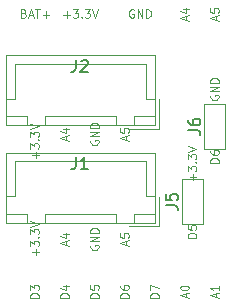
<source format=gto>
G04 #@! TF.FileFunction,Legend,Top*
%FSLAX46Y46*%
G04 Gerber Fmt 4.6, Leading zero omitted, Abs format (unit mm)*
G04 Created by KiCad (PCBNEW 4.0.7-e1-6374~58~ubuntu16.04.1) date Wed Aug  2 16:45:54 2017*
%MOMM*%
%LPD*%
G01*
G04 APERTURE LIST*
%ADD10C,0.100000*%
%ADD11C,0.120000*%
%ADD12C,0.150000*%
G04 APERTURE END LIST*
D10*
X162845000Y-109118333D02*
X162811667Y-109184999D01*
X162811667Y-109284999D01*
X162845000Y-109384999D01*
X162911667Y-109451666D01*
X162978333Y-109484999D01*
X163111667Y-109518333D01*
X163211667Y-109518333D01*
X163345000Y-109484999D01*
X163411667Y-109451666D01*
X163478333Y-109384999D01*
X163511667Y-109284999D01*
X163511667Y-109218333D01*
X163478333Y-109118333D01*
X163445000Y-109084999D01*
X163211667Y-109084999D01*
X163211667Y-109218333D01*
X163511667Y-108784999D02*
X162811667Y-108784999D01*
X163511667Y-108384999D01*
X162811667Y-108384999D01*
X163511667Y-108051666D02*
X162811667Y-108051666D01*
X162811667Y-107885000D01*
X162845000Y-107785000D01*
X162911667Y-107718333D01*
X162978333Y-107685000D01*
X163111667Y-107651666D01*
X163211667Y-107651666D01*
X163345000Y-107685000D01*
X163411667Y-107718333D01*
X163478333Y-107785000D01*
X163511667Y-107885000D01*
X163511667Y-108051666D01*
X161340000Y-116335000D02*
X161340000Y-115801667D01*
X161606667Y-116068334D02*
X161073333Y-116068334D01*
X160906667Y-115535000D02*
X160906667Y-115101667D01*
X161173333Y-115335000D01*
X161173333Y-115235000D01*
X161206667Y-115168333D01*
X161240000Y-115135000D01*
X161306667Y-115101667D01*
X161473333Y-115101667D01*
X161540000Y-115135000D01*
X161573333Y-115168333D01*
X161606667Y-115235000D01*
X161606667Y-115435000D01*
X161573333Y-115501667D01*
X161540000Y-115535000D01*
X161540000Y-114801666D02*
X161573333Y-114768333D01*
X161606667Y-114801666D01*
X161573333Y-114835000D01*
X161540000Y-114801666D01*
X161606667Y-114801666D01*
X160906667Y-114535000D02*
X160906667Y-114101667D01*
X161173333Y-114335000D01*
X161173333Y-114235000D01*
X161206667Y-114168333D01*
X161240000Y-114135000D01*
X161306667Y-114101667D01*
X161473333Y-114101667D01*
X161540000Y-114135000D01*
X161573333Y-114168333D01*
X161606667Y-114235000D01*
X161606667Y-114435000D01*
X161573333Y-114501667D01*
X161540000Y-114535000D01*
X160906667Y-113901666D02*
X161606667Y-113668333D01*
X160906667Y-113435000D01*
X163311667Y-126230000D02*
X163311667Y-125896666D01*
X163511667Y-126296666D02*
X162811667Y-126063333D01*
X163511667Y-125830000D01*
X163511667Y-125230000D02*
X163511667Y-125630000D01*
X163511667Y-125430000D02*
X162811667Y-125430000D01*
X162911667Y-125496666D01*
X162978333Y-125563333D01*
X163011667Y-125630000D01*
X160771667Y-126230000D02*
X160771667Y-125896666D01*
X160971667Y-126296666D02*
X160271667Y-126063333D01*
X160971667Y-125830000D01*
X160271667Y-125463333D02*
X160271667Y-125396666D01*
X160305000Y-125330000D01*
X160338333Y-125296666D01*
X160405000Y-125263333D01*
X160538333Y-125230000D01*
X160705000Y-125230000D01*
X160838333Y-125263333D01*
X160905000Y-125296666D01*
X160938333Y-125330000D01*
X160971667Y-125396666D01*
X160971667Y-125463333D01*
X160938333Y-125530000D01*
X160905000Y-125563333D01*
X160838333Y-125596666D01*
X160705000Y-125630000D01*
X160538333Y-125630000D01*
X160405000Y-125596666D01*
X160338333Y-125563333D01*
X160305000Y-125530000D01*
X160271667Y-125463333D01*
X158431667Y-126246666D02*
X157731667Y-126246666D01*
X157731667Y-126080000D01*
X157765000Y-125980000D01*
X157831667Y-125913333D01*
X157898333Y-125880000D01*
X158031667Y-125846666D01*
X158131667Y-125846666D01*
X158265000Y-125880000D01*
X158331667Y-125913333D01*
X158398333Y-125980000D01*
X158431667Y-126080000D01*
X158431667Y-126246666D01*
X157731667Y-125613333D02*
X157731667Y-125146666D01*
X158431667Y-125446666D01*
X148271667Y-126246666D02*
X147571667Y-126246666D01*
X147571667Y-126080000D01*
X147605000Y-125980000D01*
X147671667Y-125913333D01*
X147738333Y-125880000D01*
X147871667Y-125846666D01*
X147971667Y-125846666D01*
X148105000Y-125880000D01*
X148171667Y-125913333D01*
X148238333Y-125980000D01*
X148271667Y-126080000D01*
X148271667Y-126246666D01*
X147571667Y-125613333D02*
X147571667Y-125180000D01*
X147838333Y-125413333D01*
X147838333Y-125313333D01*
X147871667Y-125246666D01*
X147905000Y-125213333D01*
X147971667Y-125180000D01*
X148138333Y-125180000D01*
X148205000Y-125213333D01*
X148238333Y-125246666D01*
X148271667Y-125313333D01*
X148271667Y-125513333D01*
X148238333Y-125580000D01*
X148205000Y-125613333D01*
X150811667Y-126246666D02*
X150111667Y-126246666D01*
X150111667Y-126080000D01*
X150145000Y-125980000D01*
X150211667Y-125913333D01*
X150278333Y-125880000D01*
X150411667Y-125846666D01*
X150511667Y-125846666D01*
X150645000Y-125880000D01*
X150711667Y-125913333D01*
X150778333Y-125980000D01*
X150811667Y-126080000D01*
X150811667Y-126246666D01*
X150345000Y-125246666D02*
X150811667Y-125246666D01*
X150078333Y-125413333D02*
X150578333Y-125580000D01*
X150578333Y-125146666D01*
X153351667Y-126246666D02*
X152651667Y-126246666D01*
X152651667Y-126080000D01*
X152685000Y-125980000D01*
X152751667Y-125913333D01*
X152818333Y-125880000D01*
X152951667Y-125846666D01*
X153051667Y-125846666D01*
X153185000Y-125880000D01*
X153251667Y-125913333D01*
X153318333Y-125980000D01*
X153351667Y-126080000D01*
X153351667Y-126246666D01*
X152651667Y-125213333D02*
X152651667Y-125546666D01*
X152985000Y-125580000D01*
X152951667Y-125546666D01*
X152918333Y-125480000D01*
X152918333Y-125313333D01*
X152951667Y-125246666D01*
X152985000Y-125213333D01*
X153051667Y-125180000D01*
X153218333Y-125180000D01*
X153285000Y-125213333D01*
X153318333Y-125246666D01*
X153351667Y-125313333D01*
X153351667Y-125480000D01*
X153318333Y-125546666D01*
X153285000Y-125580000D01*
X155891667Y-126246666D02*
X155191667Y-126246666D01*
X155191667Y-126080000D01*
X155225000Y-125980000D01*
X155291667Y-125913333D01*
X155358333Y-125880000D01*
X155491667Y-125846666D01*
X155591667Y-125846666D01*
X155725000Y-125880000D01*
X155791667Y-125913333D01*
X155858333Y-125980000D01*
X155891667Y-126080000D01*
X155891667Y-126246666D01*
X155191667Y-125246666D02*
X155191667Y-125380000D01*
X155225000Y-125446666D01*
X155258333Y-125480000D01*
X155358333Y-125546666D01*
X155491667Y-125580000D01*
X155758333Y-125580000D01*
X155825000Y-125546666D01*
X155858333Y-125513333D01*
X155891667Y-125446666D01*
X155891667Y-125313333D01*
X155858333Y-125246666D01*
X155825000Y-125213333D01*
X155758333Y-125180000D01*
X155591667Y-125180000D01*
X155525000Y-125213333D01*
X155491667Y-125246666D01*
X155458333Y-125313333D01*
X155458333Y-125446666D01*
X155491667Y-125513333D01*
X155525000Y-125546666D01*
X155591667Y-125580000D01*
X163511667Y-114816666D02*
X162811667Y-114816666D01*
X162811667Y-114650000D01*
X162845000Y-114550000D01*
X162911667Y-114483333D01*
X162978333Y-114450000D01*
X163111667Y-114416666D01*
X163211667Y-114416666D01*
X163345000Y-114450000D01*
X163411667Y-114483333D01*
X163478333Y-114550000D01*
X163511667Y-114650000D01*
X163511667Y-114816666D01*
X162811667Y-113816666D02*
X162811667Y-113950000D01*
X162845000Y-114016666D01*
X162878333Y-114050000D01*
X162978333Y-114116666D01*
X163111667Y-114150000D01*
X163378333Y-114150000D01*
X163445000Y-114116666D01*
X163478333Y-114083333D01*
X163511667Y-114016666D01*
X163511667Y-113883333D01*
X163478333Y-113816666D01*
X163445000Y-113783333D01*
X163378333Y-113750000D01*
X163211667Y-113750000D01*
X163145000Y-113783333D01*
X163111667Y-113816666D01*
X163078333Y-113883333D01*
X163078333Y-114016666D01*
X163111667Y-114083333D01*
X163145000Y-114116666D01*
X163211667Y-114150000D01*
X161606667Y-121166666D02*
X160906667Y-121166666D01*
X160906667Y-121000000D01*
X160940000Y-120900000D01*
X161006667Y-120833333D01*
X161073333Y-120800000D01*
X161206667Y-120766666D01*
X161306667Y-120766666D01*
X161440000Y-120800000D01*
X161506667Y-120833333D01*
X161573333Y-120900000D01*
X161606667Y-121000000D01*
X161606667Y-121166666D01*
X160906667Y-120133333D02*
X160906667Y-120466666D01*
X161240000Y-120500000D01*
X161206667Y-120466666D01*
X161173333Y-120400000D01*
X161173333Y-120233333D01*
X161206667Y-120166666D01*
X161240000Y-120133333D01*
X161306667Y-120100000D01*
X161473333Y-120100000D01*
X161540000Y-120133333D01*
X161573333Y-120166666D01*
X161606667Y-120233333D01*
X161606667Y-120400000D01*
X161573333Y-120466666D01*
X161540000Y-120500000D01*
X152685000Y-121818333D02*
X152651667Y-121884999D01*
X152651667Y-121984999D01*
X152685000Y-122084999D01*
X152751667Y-122151666D01*
X152818333Y-122184999D01*
X152951667Y-122218333D01*
X153051667Y-122218333D01*
X153185000Y-122184999D01*
X153251667Y-122151666D01*
X153318333Y-122084999D01*
X153351667Y-121984999D01*
X153351667Y-121918333D01*
X153318333Y-121818333D01*
X153285000Y-121784999D01*
X153051667Y-121784999D01*
X153051667Y-121918333D01*
X153351667Y-121484999D02*
X152651667Y-121484999D01*
X153351667Y-121084999D01*
X152651667Y-121084999D01*
X153351667Y-120751666D02*
X152651667Y-120751666D01*
X152651667Y-120585000D01*
X152685000Y-120485000D01*
X152751667Y-120418333D01*
X152818333Y-120385000D01*
X152951667Y-120351666D01*
X153051667Y-120351666D01*
X153185000Y-120385000D01*
X153251667Y-120418333D01*
X153318333Y-120485000D01*
X153351667Y-120585000D01*
X153351667Y-120751666D01*
X152685000Y-112928333D02*
X152651667Y-112994999D01*
X152651667Y-113094999D01*
X152685000Y-113194999D01*
X152751667Y-113261666D01*
X152818333Y-113294999D01*
X152951667Y-113328333D01*
X153051667Y-113328333D01*
X153185000Y-113294999D01*
X153251667Y-113261666D01*
X153318333Y-113194999D01*
X153351667Y-113094999D01*
X153351667Y-113028333D01*
X153318333Y-112928333D01*
X153285000Y-112894999D01*
X153051667Y-112894999D01*
X153051667Y-113028333D01*
X153351667Y-112594999D02*
X152651667Y-112594999D01*
X153351667Y-112194999D01*
X152651667Y-112194999D01*
X153351667Y-111861666D02*
X152651667Y-111861666D01*
X152651667Y-111695000D01*
X152685000Y-111595000D01*
X152751667Y-111528333D01*
X152818333Y-111495000D01*
X152951667Y-111461666D01*
X153051667Y-111461666D01*
X153185000Y-111495000D01*
X153251667Y-111528333D01*
X153318333Y-111595000D01*
X153351667Y-111695000D01*
X153351667Y-111861666D01*
X148005000Y-114430000D02*
X148005000Y-113896667D01*
X148271667Y-114163334D02*
X147738333Y-114163334D01*
X147571667Y-113630000D02*
X147571667Y-113196667D01*
X147838333Y-113430000D01*
X147838333Y-113330000D01*
X147871667Y-113263333D01*
X147905000Y-113230000D01*
X147971667Y-113196667D01*
X148138333Y-113196667D01*
X148205000Y-113230000D01*
X148238333Y-113263333D01*
X148271667Y-113330000D01*
X148271667Y-113530000D01*
X148238333Y-113596667D01*
X148205000Y-113630000D01*
X148205000Y-112896666D02*
X148238333Y-112863333D01*
X148271667Y-112896666D01*
X148238333Y-112930000D01*
X148205000Y-112896666D01*
X148271667Y-112896666D01*
X147571667Y-112630000D02*
X147571667Y-112196667D01*
X147838333Y-112430000D01*
X147838333Y-112330000D01*
X147871667Y-112263333D01*
X147905000Y-112230000D01*
X147971667Y-112196667D01*
X148138333Y-112196667D01*
X148205000Y-112230000D01*
X148238333Y-112263333D01*
X148271667Y-112330000D01*
X148271667Y-112530000D01*
X148238333Y-112596667D01*
X148205000Y-112630000D01*
X147571667Y-111996666D02*
X148271667Y-111763333D01*
X147571667Y-111530000D01*
X148005000Y-122685000D02*
X148005000Y-122151667D01*
X148271667Y-122418334D02*
X147738333Y-122418334D01*
X147571667Y-121885000D02*
X147571667Y-121451667D01*
X147838333Y-121685000D01*
X147838333Y-121585000D01*
X147871667Y-121518333D01*
X147905000Y-121485000D01*
X147971667Y-121451667D01*
X148138333Y-121451667D01*
X148205000Y-121485000D01*
X148238333Y-121518333D01*
X148271667Y-121585000D01*
X148271667Y-121785000D01*
X148238333Y-121851667D01*
X148205000Y-121885000D01*
X148205000Y-121151666D02*
X148238333Y-121118333D01*
X148271667Y-121151666D01*
X148238333Y-121185000D01*
X148205000Y-121151666D01*
X148271667Y-121151666D01*
X147571667Y-120885000D02*
X147571667Y-120451667D01*
X147838333Y-120685000D01*
X147838333Y-120585000D01*
X147871667Y-120518333D01*
X147905000Y-120485000D01*
X147971667Y-120451667D01*
X148138333Y-120451667D01*
X148205000Y-120485000D01*
X148238333Y-120518333D01*
X148271667Y-120585000D01*
X148271667Y-120785000D01*
X148238333Y-120851667D01*
X148205000Y-120885000D01*
X147571667Y-120251666D02*
X148271667Y-120018333D01*
X147571667Y-119785000D01*
X155691667Y-112895000D02*
X155691667Y-112561666D01*
X155891667Y-112961666D02*
X155191667Y-112728333D01*
X155891667Y-112495000D01*
X155191667Y-111928333D02*
X155191667Y-112261666D01*
X155525000Y-112295000D01*
X155491667Y-112261666D01*
X155458333Y-112195000D01*
X155458333Y-112028333D01*
X155491667Y-111961666D01*
X155525000Y-111928333D01*
X155591667Y-111895000D01*
X155758333Y-111895000D01*
X155825000Y-111928333D01*
X155858333Y-111961666D01*
X155891667Y-112028333D01*
X155891667Y-112195000D01*
X155858333Y-112261666D01*
X155825000Y-112295000D01*
X150611667Y-112895000D02*
X150611667Y-112561666D01*
X150811667Y-112961666D02*
X150111667Y-112728333D01*
X150811667Y-112495000D01*
X150345000Y-111961666D02*
X150811667Y-111961666D01*
X150078333Y-112128333D02*
X150578333Y-112295000D01*
X150578333Y-111861666D01*
X160771667Y-102735000D02*
X160771667Y-102401666D01*
X160971667Y-102801666D02*
X160271667Y-102568333D01*
X160971667Y-102335000D01*
X160505000Y-101801666D02*
X160971667Y-101801666D01*
X160238333Y-101968333D02*
X160738333Y-102135000D01*
X160738333Y-101701666D01*
X147005000Y-102185000D02*
X147105000Y-102218333D01*
X147138333Y-102251667D01*
X147171667Y-102318333D01*
X147171667Y-102418333D01*
X147138333Y-102485000D01*
X147105000Y-102518333D01*
X147038333Y-102551667D01*
X146771667Y-102551667D01*
X146771667Y-101851667D01*
X147005000Y-101851667D01*
X147071667Y-101885000D01*
X147105000Y-101918333D01*
X147138333Y-101985000D01*
X147138333Y-102051667D01*
X147105000Y-102118333D01*
X147071667Y-102151667D01*
X147005000Y-102185000D01*
X146771667Y-102185000D01*
X147438333Y-102351667D02*
X147771667Y-102351667D01*
X147371667Y-102551667D02*
X147605000Y-101851667D01*
X147838333Y-102551667D01*
X147971667Y-101851667D02*
X148371667Y-101851667D01*
X148171667Y-102551667D02*
X148171667Y-101851667D01*
X148605000Y-102285000D02*
X149138333Y-102285000D01*
X148871666Y-102551667D02*
X148871666Y-102018333D01*
X150365000Y-102285000D02*
X150898333Y-102285000D01*
X150631666Y-102551667D02*
X150631666Y-102018333D01*
X151165000Y-101851667D02*
X151598333Y-101851667D01*
X151365000Y-102118333D01*
X151465000Y-102118333D01*
X151531667Y-102151667D01*
X151565000Y-102185000D01*
X151598333Y-102251667D01*
X151598333Y-102418333D01*
X151565000Y-102485000D01*
X151531667Y-102518333D01*
X151465000Y-102551667D01*
X151265000Y-102551667D01*
X151198333Y-102518333D01*
X151165000Y-102485000D01*
X151898334Y-102485000D02*
X151931667Y-102518333D01*
X151898334Y-102551667D01*
X151865000Y-102518333D01*
X151898334Y-102485000D01*
X151898334Y-102551667D01*
X152165000Y-101851667D02*
X152598333Y-101851667D01*
X152365000Y-102118333D01*
X152465000Y-102118333D01*
X152531667Y-102151667D01*
X152565000Y-102185000D01*
X152598333Y-102251667D01*
X152598333Y-102418333D01*
X152565000Y-102485000D01*
X152531667Y-102518333D01*
X152465000Y-102551667D01*
X152265000Y-102551667D01*
X152198333Y-102518333D01*
X152165000Y-102485000D01*
X152798334Y-101851667D02*
X153031667Y-102551667D01*
X153265000Y-101851667D01*
X156311667Y-101885000D02*
X156245001Y-101851667D01*
X156145001Y-101851667D01*
X156045001Y-101885000D01*
X155978334Y-101951667D01*
X155945001Y-102018333D01*
X155911667Y-102151667D01*
X155911667Y-102251667D01*
X155945001Y-102385000D01*
X155978334Y-102451667D01*
X156045001Y-102518333D01*
X156145001Y-102551667D01*
X156211667Y-102551667D01*
X156311667Y-102518333D01*
X156345001Y-102485000D01*
X156345001Y-102251667D01*
X156211667Y-102251667D01*
X156645001Y-102551667D02*
X156645001Y-101851667D01*
X157045001Y-102551667D01*
X157045001Y-101851667D01*
X157378334Y-102551667D02*
X157378334Y-101851667D01*
X157545000Y-101851667D01*
X157645000Y-101885000D01*
X157711667Y-101951667D01*
X157745000Y-102018333D01*
X157778334Y-102151667D01*
X157778334Y-102251667D01*
X157745000Y-102385000D01*
X157711667Y-102451667D01*
X157645000Y-102518333D01*
X157545000Y-102551667D01*
X157378334Y-102551667D01*
X163311667Y-102735000D02*
X163311667Y-102401666D01*
X163511667Y-102801666D02*
X162811667Y-102568333D01*
X163511667Y-102335000D01*
X162811667Y-101768333D02*
X162811667Y-102101666D01*
X163145000Y-102135000D01*
X163111667Y-102101666D01*
X163078333Y-102035000D01*
X163078333Y-101868333D01*
X163111667Y-101801666D01*
X163145000Y-101768333D01*
X163211667Y-101735000D01*
X163378333Y-101735000D01*
X163445000Y-101768333D01*
X163478333Y-101801666D01*
X163511667Y-101868333D01*
X163511667Y-102035000D01*
X163478333Y-102101666D01*
X163445000Y-102135000D01*
X150611667Y-121785000D02*
X150611667Y-121451666D01*
X150811667Y-121851666D02*
X150111667Y-121618333D01*
X150811667Y-121385000D01*
X150345000Y-120851666D02*
X150811667Y-120851666D01*
X150078333Y-121018333D02*
X150578333Y-121185000D01*
X150578333Y-120751666D01*
X155691667Y-121785000D02*
X155691667Y-121451666D01*
X155891667Y-121851666D02*
X155191667Y-121618333D01*
X155891667Y-121385000D01*
X155191667Y-120818333D02*
X155191667Y-121151666D01*
X155525000Y-121185000D01*
X155491667Y-121151666D01*
X155458333Y-121085000D01*
X155458333Y-120918333D01*
X155491667Y-120851666D01*
X155525000Y-120818333D01*
X155591667Y-120785000D01*
X155758333Y-120785000D01*
X155825000Y-120818333D01*
X155858333Y-120851666D01*
X155891667Y-120918333D01*
X155891667Y-121085000D01*
X155858333Y-121151666D01*
X155825000Y-121185000D01*
D11*
X158125000Y-119925000D02*
X158125000Y-113975000D01*
X158125000Y-113975000D02*
X145525000Y-113975000D01*
X145525000Y-113975000D02*
X145525000Y-119925000D01*
X145525000Y-119925000D02*
X158125000Y-119925000D01*
X154825000Y-119925000D02*
X154825000Y-119175000D01*
X154825000Y-119175000D02*
X148825000Y-119175000D01*
X148825000Y-119175000D02*
X148825000Y-119925000D01*
X148825000Y-119925000D02*
X154825000Y-119925000D01*
X158125000Y-119925000D02*
X158125000Y-119175000D01*
X158125000Y-119175000D02*
X156325000Y-119175000D01*
X156325000Y-119175000D02*
X156325000Y-119925000D01*
X156325000Y-119925000D02*
X158125000Y-119925000D01*
X147325000Y-119925000D02*
X147325000Y-119175000D01*
X147325000Y-119175000D02*
X145525000Y-119175000D01*
X145525000Y-119175000D02*
X145525000Y-119925000D01*
X145525000Y-119925000D02*
X147325000Y-119925000D01*
X158125000Y-117675000D02*
X157375000Y-117675000D01*
X157375000Y-117675000D02*
X157375000Y-114725000D01*
X157375000Y-114725000D02*
X151825000Y-114725000D01*
X145525000Y-117675000D02*
X146275000Y-117675000D01*
X146275000Y-117675000D02*
X146275000Y-114725000D01*
X146275000Y-114725000D02*
X151825000Y-114725000D01*
X155925000Y-120225000D02*
X158425000Y-120225000D01*
X158425000Y-120225000D02*
X158425000Y-117725000D01*
X158125000Y-111670000D02*
X158125000Y-105720000D01*
X158125000Y-105720000D02*
X145525000Y-105720000D01*
X145525000Y-105720000D02*
X145525000Y-111670000D01*
X145525000Y-111670000D02*
X158125000Y-111670000D01*
X154825000Y-111670000D02*
X154825000Y-110920000D01*
X154825000Y-110920000D02*
X148825000Y-110920000D01*
X148825000Y-110920000D02*
X148825000Y-111670000D01*
X148825000Y-111670000D02*
X154825000Y-111670000D01*
X158125000Y-111670000D02*
X158125000Y-110920000D01*
X158125000Y-110920000D02*
X156325000Y-110920000D01*
X156325000Y-110920000D02*
X156325000Y-111670000D01*
X156325000Y-111670000D02*
X158125000Y-111670000D01*
X147325000Y-111670000D02*
X147325000Y-110920000D01*
X147325000Y-110920000D02*
X145525000Y-110920000D01*
X145525000Y-110920000D02*
X145525000Y-111670000D01*
X145525000Y-111670000D02*
X147325000Y-111670000D01*
X158125000Y-109420000D02*
X157375000Y-109420000D01*
X157375000Y-109420000D02*
X157375000Y-106470000D01*
X157375000Y-106470000D02*
X151825000Y-106470000D01*
X145525000Y-109420000D02*
X146275000Y-109420000D01*
X146275000Y-109420000D02*
X146275000Y-106470000D01*
X146275000Y-106470000D02*
X151825000Y-106470000D01*
X155925000Y-111970000D02*
X158425000Y-111970000D01*
X158425000Y-111970000D02*
X158425000Y-109470000D01*
X160400000Y-116200000D02*
X160400000Y-120020000D01*
X160400000Y-120020000D02*
X162180000Y-120020000D01*
X162180000Y-120020000D02*
X162180000Y-116200000D01*
X160400000Y-116200000D02*
X162180000Y-116200000D01*
X162305000Y-109850000D02*
X162305000Y-113670000D01*
X162305000Y-113670000D02*
X164085000Y-113670000D01*
X164085000Y-113670000D02*
X164085000Y-109850000D01*
X162305000Y-109850000D02*
X164085000Y-109850000D01*
D12*
X151431667Y-114387381D02*
X151431667Y-115101667D01*
X151384047Y-115244524D01*
X151288809Y-115339762D01*
X151145952Y-115387381D01*
X151050714Y-115387381D01*
X152431667Y-115387381D02*
X151860238Y-115387381D01*
X152145952Y-115387381D02*
X152145952Y-114387381D01*
X152050714Y-114530238D01*
X151955476Y-114625476D01*
X151860238Y-114673095D01*
X151431667Y-106132381D02*
X151431667Y-106846667D01*
X151384047Y-106989524D01*
X151288809Y-107084762D01*
X151145952Y-107132381D01*
X151050714Y-107132381D01*
X151860238Y-106227619D02*
X151907857Y-106180000D01*
X152003095Y-106132381D01*
X152241191Y-106132381D01*
X152336429Y-106180000D01*
X152384048Y-106227619D01*
X152431667Y-106322857D01*
X152431667Y-106418095D01*
X152384048Y-106560952D01*
X151812619Y-107132381D01*
X152431667Y-107132381D01*
X159042381Y-118443333D02*
X159756667Y-118443333D01*
X159899524Y-118490953D01*
X159994762Y-118586191D01*
X160042381Y-118729048D01*
X160042381Y-118824286D01*
X159042381Y-117490952D02*
X159042381Y-117967143D01*
X159518571Y-118014762D01*
X159470952Y-117967143D01*
X159423333Y-117871905D01*
X159423333Y-117633809D01*
X159470952Y-117538571D01*
X159518571Y-117490952D01*
X159613810Y-117443333D01*
X159851905Y-117443333D01*
X159947143Y-117490952D01*
X159994762Y-117538571D01*
X160042381Y-117633809D01*
X160042381Y-117871905D01*
X159994762Y-117967143D01*
X159947143Y-118014762D01*
X160947381Y-112093333D02*
X161661667Y-112093333D01*
X161804524Y-112140953D01*
X161899762Y-112236191D01*
X161947381Y-112379048D01*
X161947381Y-112474286D01*
X160947381Y-111188571D02*
X160947381Y-111379048D01*
X160995000Y-111474286D01*
X161042619Y-111521905D01*
X161185476Y-111617143D01*
X161375952Y-111664762D01*
X161756905Y-111664762D01*
X161852143Y-111617143D01*
X161899762Y-111569524D01*
X161947381Y-111474286D01*
X161947381Y-111283809D01*
X161899762Y-111188571D01*
X161852143Y-111140952D01*
X161756905Y-111093333D01*
X161518810Y-111093333D01*
X161423571Y-111140952D01*
X161375952Y-111188571D01*
X161328333Y-111283809D01*
X161328333Y-111474286D01*
X161375952Y-111569524D01*
X161423571Y-111617143D01*
X161518810Y-111664762D01*
M02*

</source>
